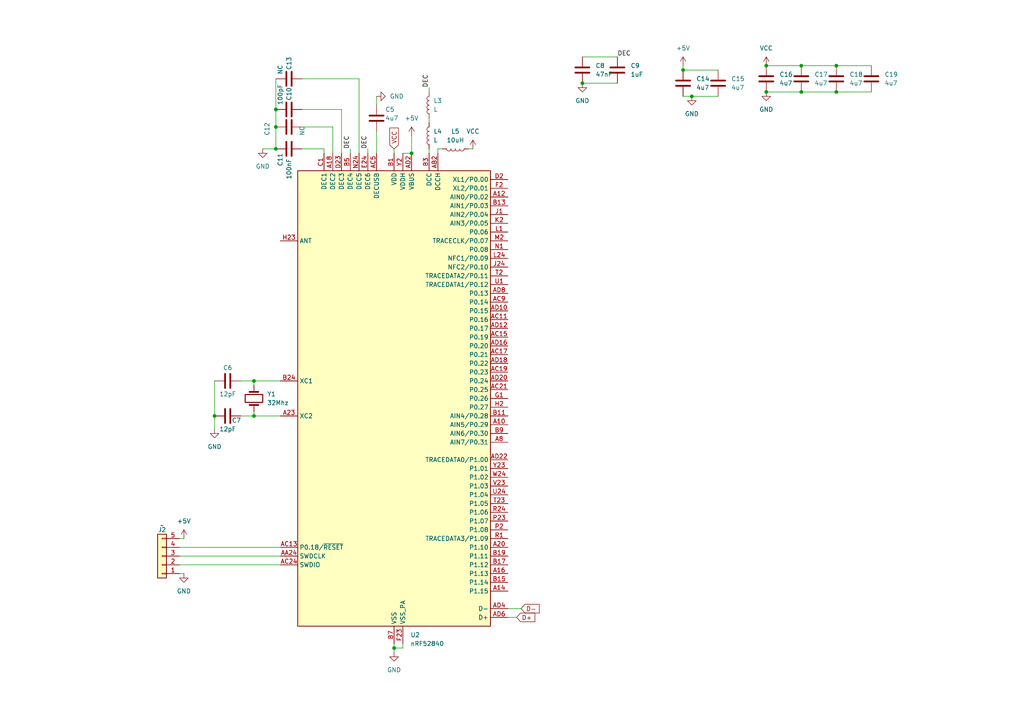
<source format=kicad_sch>
(kicad_sch (version 20230121) (generator eeschema)
  (paper "A4")
  (lib_symbols
    (symbol "Connector_Generic:Conn_01x05" (pin_names (offset 1.016) hide)
      (property "Reference" "J" (at 0 7.62 0))
      (property "Value" "Conn_01x05" (at 0 -7.62 0))
      (symbol "Conn_01x05_1_1"
        (rectangle (start -1.27 -4.953) (end 0 -5.207) (stroke (width 0.1524)))
        (rectangle (start -1.27 -2.413) (end 0 -2.667) (stroke (width 0.1524)))
        (rectangle (start -1.27 0.127) (end 0 -0.127) (stroke (width 0.1524)))
        (rectangle (start -1.27 2.667) (end 0 2.413) (stroke (width 0.1524)))
        (rectangle (start -1.27 5.207) (end 0 4.953) (stroke (width 0.1524)))
        (rectangle (start -1.27 6.35) (end 1.27 -6.35) (stroke (width 0.254)) (fill (type background)))
        (pin passive line (at -5.08 5.08 0) (length 3.81) (name "Pin_1") (number "1"))
        (pin passive line (at -5.08 2.54 0) (length 3.81) (name "Pin_2") (number "2"))
        (pin passive line (at -5.08 0 0) (length 3.81) (name "Pin_3") (number "3"))
        (pin passive line (at -5.08 -2.54 0) (length 3.81) (name "Pin_4") (number "4"))
        (pin passive line (at -5.08 -5.08 0) (length 3.81) (name "Pin_5") (number "5"))
      )
    )
    (symbol "Device:C" (pin_numbers hide) (pin_names (offset 0.254))
      (property "Reference" "C" (at 0.635 2.54 0))
      (property "Value" "C" (at 0.635 -2.54 0))
      (symbol "C_0_1"
        (polyline (pts (xy -2.032 -0.762) (xy 2.032 -0.762)) (stroke (width 0.508)))
        (polyline (pts (xy -2.032 0.762) (xy 2.032 0.762)) (stroke (width 0.508)))
      )
      (symbol "C_1_1"
        (pin passive line (at 0 3.81 270) (length 2.794) (name "~") (number "1"))
        (pin passive line (at 0 -3.81 90) (length 2.794) (name "~") (number "2"))
      )
    )
    (symbol "Device:Crystal" (pin_numbers hide) (pin_names (offset 1.016) hide)
      (property "Reference" "Y" (at 0 3.81 0))
      (property "Value" "Crystal" (at 0 -3.81 0))
      (symbol "Crystal_0_1"
        (rectangle (start -1.143 2.54) (end 1.143 -2.54) (stroke (width 0.3048)))
        (polyline (pts (xy -2.54 0) (xy -1.905 0)))
        (polyline (pts (xy -1.905 -1.27) (xy -1.905 1.27)) (stroke (width 0.508)))
        (polyline (pts (xy 1.905 -1.27) (xy 1.905 1.27)) (stroke (width 0.508)))
        (polyline (pts (xy 2.54 0) (xy 1.905 0)))
      )
      (symbol "Crystal_1_1"
        (pin passive line (at -3.81 0 0) (length 1.27) (name "1") (number "1"))
        (pin passive line (at 3.81 0 180) (length 1.27) (name "2") (number "2"))
      )
    )
    (symbol "Device:L" (pin_numbers hide) (pin_names (offset 1.016) hide)
      (property "Reference" "L" (at -1.27 0 90))
      (property "Value" "L" (at 1.905 0 90))
      (symbol "L_0_1"
        (arc (start 0 -2.54) (mid 0.6323 -1.905) (end 0 -1.27))
        (arc (start 0 -1.27) (mid 0.6323 -0.635) (end 0 0))
        (arc (start 0 0) (mid 0.6323 0.635) (end 0 1.27))
        (arc (start 0 1.27) (mid 0.6323 1.905) (end 0 2.54))
      )
      (symbol "L_1_1"
        (pin passive line (at 0 3.81 270) (length 1.27) (name "1") (number "1"))
        (pin passive line (at 0 -3.81 90) (length 1.27) (name "2") (number "2"))
      )
    )
    (symbol "MCU_Nordic:nRF52840"
      (property "Reference" "U" (at 0 5.08 0))
      (property "Value" "nRF52840" (at 0 2.54 0))
      (symbol "nRF52840_0_1"
        (rectangle (start -27.94 66.04) (end 27.94 -66.04) (stroke (width 0.254)) (fill (type background)))
      )
      (symbol "nRF52840_1_1"
        (pin bidirectional line (at 33.02 -7.62 180) (length 5.08) (name "AIN5/P0.29") (number "A10"))
        (pin bidirectional line (at 33.02 58.42 180) (length 5.08) (name "AIN0/P0.02") (number "A12"))
        (pin bidirectional line (at 33.02 -55.88 180) (length 5.08) (name "P1.15") (number "A14"))
        (pin bidirectional line (at 33.02 -50.8 180) (length 5.08) (name "P1.13") (number "A16"))
        (pin passive line (at -17.78 71.12 270) (length 5.08) (name "DEC2") (number "A18"))
        (pin bidirectional line (at 33.02 -43.18 180) (length 5.08) (name "P1.10") (number "A20"))
        (pin passive line (at 0 71.12 270) (length 5.08) hide (name "VDD") (number "A22"))
        (pin input line (at -33.02 -5.08 0) (length 5.08) (name "XC2") (number "A23"))
        (pin bidirectional line (at 33.02 -12.7 180) (length 5.08) (name "AIN7/P0.31") (number "A8"))
        (pin input line (at -33.02 -45.72 0) (length 5.08) (name "SWDCLK") (number "AA24"))
        (pin power_out line (at 12.7 71.12 270) (length 5.08) (name "DCCH") (number "AB2"))
        (pin bidirectional line (at 33.02 22.86 180) (length 5.08) (name "P0.16") (number "AC11"))
        (pin bidirectional line (at -33.02 -43.18 0) (length 5.08) (name "P0.18/~{RESET}") (number "AC13"))
        (pin bidirectional line (at 33.02 17.78 180) (length 5.08) (name "P0.19") (number "AC15"))
        (pin bidirectional line (at 33.02 12.7 180) (length 5.08) (name "P0.21") (number "AC17"))
        (pin bidirectional line (at 33.02 7.62 180) (length 5.08) (name "P0.23") (number "AC19"))
        (pin bidirectional line (at 33.02 2.54 180) (length 5.08) (name "P0.25") (number "AC21"))
        (pin bidirectional line (at -33.02 -48.26 0) (length 5.08) (name "SWDIO") (number "AC24"))
        (pin passive line (at -5.08 71.12 270) (length 5.08) (name "DECUSB") (number "AC5"))
        (pin bidirectional line (at 33.02 27.94 180) (length 5.08) (name "P0.14") (number "AC9"))
        (pin bidirectional line (at 33.02 25.4 180) (length 5.08) (name "P0.15") (number "AD10"))
        (pin bidirectional line (at 33.02 20.32 180) (length 5.08) (name "P0.17") (number "AD12"))
        (pin passive line (at 0 71.12 270) (length 5.08) hide (name "VDD") (number "AD14"))
        (pin bidirectional line (at 33.02 15.24 180) (length 5.08) (name "P0.20") (number "AD16"))
        (pin bidirectional line (at 33.02 10.16 180) (length 5.08) (name "P0.22") (number "AD18"))
        (pin power_in line (at 5.08 71.12 270) (length 5.08) (name "VBUS") (number "AD2"))
        (pin bidirectional line (at 33.02 5.08 180) (length 5.08) (name "P0.24") (number "AD20"))
        (pin bidirectional line (at 33.02 -17.78 180) (length 5.08) (name "TRACEDATA0/P1.00") (number "AD22"))
        (pin passive line (at 0 71.12 270) (length 5.08) hide (name "VDD") (number "AD23"))
        (pin bidirectional line (at 33.02 -60.96 180) (length 5.08) (name "D-") (number "AD4"))
        (pin bidirectional line (at 33.02 -63.5 180) (length 5.08) (name "D+") (number "AD6"))
        (pin bidirectional line (at 33.02 30.48 180) (length 5.08) (name "P0.13") (number "AD8"))
        (pin power_in line (at 0 71.12 270) (length 5.08) (name "VDD") (number "B1"))
        (pin bidirectional line (at 33.02 -5.08 180) (length 5.08) (name "AIN4/P0.28") (number "B11"))
        (pin bidirectional line (at 33.02 55.88 180) (length 5.08) (name "AIN1/P0.03") (number "B13"))
        (pin bidirectional line (at 33.02 -53.34 180) (length 5.08) (name "P1.14") (number "B15"))
        (pin bidirectional line (at 33.02 -48.26 180) (length 5.08) (name "P1.12") (number "B17"))
        (pin bidirectional line (at 33.02 -45.72 180) (length 5.08) (name "P1.11") (number "B19"))
        (pin input line (at -33.02 5.08 0) (length 5.08) (name "XC1") (number "B24"))
        (pin power_out line (at 10.16 71.12 270) (length 5.08) (name "DCC") (number "B3"))
        (pin passive line (at -12.7 71.12 270) (length 5.08) (name "DEC4") (number "B5"))
        (pin power_in line (at 0 -71.12 90) (length 5.08) (name "VSS") (number "B7"))
        (pin bidirectional line (at 33.02 -10.16 180) (length 5.08) (name "AIN6/P0.30") (number "B9"))
        (pin passive line (at -20.32 71.12 270) (length 5.08) (name "DEC1") (number "C1"))
        (pin bidirectional line (at 33.02 63.5 180) (length 5.08) (name "XL1/P0.00") (number "D2"))
        (pin passive line (at -15.24 71.12 270) (length 5.08) (name "DEC3") (number "D23"))
        (pin passive line (at -7.62 71.12 270) (length 5.08) (name "DEC6") (number "E24"))
        (pin passive line (at 0 -71.12 90) (length 5.08) hide (name "VSS") (number "EP"))
        (pin bidirectional line (at 33.02 60.96 180) (length 5.08) (name "XL2/P0.01") (number "F2"))
        (pin power_in line (at 2.54 -71.12 90) (length 5.08) (name "VSS_PA") (number "F23"))
        (pin bidirectional line (at 33.02 0 180) (length 5.08) (name "P0.26") (number "G1"))
        (pin bidirectional line (at 33.02 -2.54 180) (length 5.08) (name "P0.27") (number "H2"))
        (pin passive line (at -33.02 45.72 0) (length 5.08) (name "ANT") (number "H23"))
        (pin bidirectional line (at 33.02 53.34 180) (length 5.08) (name "AIN2/P0.04") (number "J1"))
        (pin bidirectional line (at 33.02 38.1 180) (length 5.08) (name "NFC2/P0.10") (number "J24"))
        (pin bidirectional line (at 33.02 50.8 180) (length 5.08) (name "AIN3/P0.05") (number "K2"))
        (pin bidirectional line (at 33.02 48.26 180) (length 5.08) (name "P0.06") (number "L1"))
        (pin bidirectional line (at 33.02 40.64 180) (length 5.08) (name "NFC1/P0.09") (number "L24"))
        (pin bidirectional line (at 33.02 45.72 180) (length 5.08) (name "TRACECLK/P0.07") (number "M2"))
        (pin bidirectional line (at 33.02 43.18 180) (length 5.08) (name "P0.08") (number "N1"))
        (pin passive line (at -10.16 71.12 270) (length 5.08) (name "DEC5") (number "N24"))
        (pin bidirectional line (at 33.02 -38.1 180) (length 5.08) (name "P1.08") (number "P2"))
        (pin bidirectional line (at 33.02 -35.56 180) (length 5.08) (name "P1.07") (number "P23"))
        (pin bidirectional line (at 33.02 -40.64 180) (length 5.08) (name "TRACEDATA3/P1.09") (number "R1"))
        (pin bidirectional line (at 33.02 -33.02 180) (length 5.08) (name "P1.06") (number "R24"))
        (pin bidirectional line (at 33.02 35.56 180) (length 5.08) (name "TRACEDATA2/P0.11") (number "T2"))
        (pin bidirectional line (at 33.02 -30.48 180) (length 5.08) (name "P1.05") (number "T23"))
        (pin bidirectional line (at 33.02 33.02 180) (length 5.08) (name "TRACEDATA1/P0.12") (number "U1"))
        (pin bidirectional line (at 33.02 -27.94 180) (length 5.08) (name "P1.04") (number "U24"))
        (pin bidirectional line (at 33.02 -25.4 180) (length 5.08) (name "P1.03") (number "V23"))
        (pin passive line (at 0 71.12 270) (length 5.08) hide (name "VDD") (number "W1"))
        (pin bidirectional line (at 33.02 -22.86 180) (length 5.08) (name "P1.02") (number "W24"))
        (pin power_in line (at 2.54 71.12 270) (length 5.08) (name "VDDH") (number "Y2"))
        (pin bidirectional line (at 33.02 -20.32 180) (length 5.08) (name "P1.01") (number "Y23"))
      )
    )
    (symbol "power:+5V" (power) (pin_names (offset 0))
      (property "Value" "+5V" (at 0 3.556 0))
      (symbol "+5V_0_1"
        (polyline (pts (xy -0.762 1.27) (xy 0 2.54)))
        (polyline (pts (xy 0 0) (xy 0 2.54)))
        (polyline (pts (xy 0 2.54) (xy 0.762 1.27)))
      )
      (symbol "+5V_1_1"
        (pin power_in line (at 0 0 90) (length 0) hide (name "+5V") (number "1"))
      )
    )
    (symbol "power:GND" (power) (pin_names (offset 0))
      (property "Value" "GND" (at 0 -3.81 0))
      (symbol "GND_0_1"
        (polyline (pts (xy 0 0) (xy 0 -1.27) (xy 1.27 -1.27) (xy 0 -2.54) (xy -1.27 -1.27) (xy 0 -1.27)))
      )
      (symbol "GND_1_1"
        (pin power_in line (at 0 0 270) (length 0) hide (name "GND") (number "1"))
      )
    )
    (symbol "power:VCC" (power) (pin_names (offset 0))
      (property "Value" "VCC" (at 0 3.81 0))
      (symbol "VCC_0_1"
        (polyline (pts (xy -0.762 1.27) (xy 0 2.54)))
        (polyline (pts (xy 0 0) (xy 0 2.54)))
        (polyline (pts (xy 0 2.54) (xy 0.762 1.27)))
      )
      (symbol "VCC_1_1"
        (pin power_in line (at 0 0 90) (length 0) hide (name "VCC") (number "1"))
      )
    )
  )
  (junction (at 80.01 43.18))
  (junction (at 73.66 120.65))
  (junction (at 242.57 26.67))
  (junction (at 80.01 36.83))
  (junction (at 73.66 110.49))
  (junction (at 232.41 19.05))
  (junction (at 222.25 26.67))
  (junction (at 119.38 44.45))
  (junction (at 242.57 19.05))
  (junction (at 168.91 24.13))
  (junction (at 114.3 187.96))
  (junction (at 198.12 20.32))
  (junction (at 62.23 120.65))
  (junction (at 232.41 26.67))
  (junction (at 222.25 19.05))
  (junction (at 80.01 31.75))
  (junction (at 200.66 27.94))
  (wire (pts (xy 52.07 158.75) (xy 81.28 158.75)))
  (wire (pts (xy 124.46 26.67) (xy 124.46 25.4)))
  (wire (pts (xy 119.38 39.37) (xy 119.38 44.45)))
  (wire (pts (xy 242.57 19.05) (xy 252.73 19.05)))
  (wire (pts (xy 101.6 43.18) (xy 101.6 44.45)))
  (wire (pts (xy 124.46 43.18) (xy 124.46 44.45)))
  (wire (pts (xy 76.2 43.18) (xy 80.01 43.18)))
  (wire (pts (xy 168.91 16.51) (xy 179.07 16.51)))
  (wire (pts (xy 114.3 186.69) (xy 114.3 187.96)))
  (wire (pts (xy 62.23 110.49) (xy 62.23 120.65)))
  (wire (pts (xy 106.68 43.18) (xy 106.68 44.45)))
  (wire (pts (xy 73.66 119.38) (xy 73.66 120.65)))
  (wire (pts (xy 114.3 187.96) (xy 114.3 189.23)))
  (wire (pts (xy 52.07 166.37) (xy 53.34 166.37)))
  (wire (pts (xy 96.52 36.83) (xy 96.52 44.45)))
  (wire (pts (xy 127 43.18) (xy 128.27 43.18)))
  (wire (pts (xy 69.85 120.65) (xy 73.66 120.65)))
  (wire (pts (xy 109.22 27.94) (xy 109.22 30.48)))
  (wire (pts (xy 52.07 156.21) (xy 53.34 156.21)))
  (wire (pts (xy 222.25 26.67) (xy 232.41 26.67)))
  (wire (pts (xy 200.66 27.94) (xy 208.28 27.94)))
  (wire (pts (xy 62.23 120.65) (xy 62.23 124.46)))
  (wire (pts (xy 168.91 24.13) (xy 179.07 24.13)))
  (wire (pts (xy 198.12 27.94) (xy 200.66 27.94)))
  (wire (pts (xy 232.41 26.67) (xy 242.57 26.67)))
  (wire (pts (xy 242.57 26.67) (xy 252.73 26.67)))
  (wire (pts (xy 149.86 179.07) (xy 147.32 179.07)))
  (wire (pts (xy 73.66 111.76) (xy 73.66 110.49)))
  (wire (pts (xy 73.66 120.65) (xy 81.28 120.65)))
  (wire (pts (xy 116.84 187.96) (xy 114.3 187.96)))
  (wire (pts (xy 109.22 44.45) (xy 109.22 38.1)))
  (wire (pts (xy 232.41 19.05) (xy 242.57 19.05)))
  (wire (pts (xy 104.14 22.86) (xy 104.14 44.45)))
  (wire (pts (xy 198.12 20.32) (xy 208.28 20.32)))
  (wire (pts (xy 80.01 31.75) (xy 80.01 36.83)))
  (wire (pts (xy 80.01 36.83) (xy 80.01 43.18)))
  (wire (pts (xy 87.63 36.83) (xy 96.52 36.83)))
  (wire (pts (xy 87.63 31.75) (xy 99.06 31.75)))
  (wire (pts (xy 99.06 31.75) (xy 99.06 44.45)))
  (wire (pts (xy 127 44.45) (xy 127 43.18)))
  (wire (pts (xy 116.84 44.45) (xy 119.38 44.45)))
  (wire (pts (xy 52.07 161.29) (xy 81.28 161.29)))
  (wire (pts (xy 124.46 34.29) (xy 124.46 35.56)))
  (wire (pts (xy 93.98 43.18) (xy 93.98 44.45)))
  (wire (pts (xy 137.16 43.18) (xy 135.89 43.18)))
  (wire (pts (xy 73.66 110.49) (xy 81.28 110.49)))
  (wire (pts (xy 80.01 22.86) (xy 80.01 31.75)))
  (wire (pts (xy 87.63 22.86) (xy 104.14 22.86)))
  (wire (pts (xy 222.25 19.05) (xy 232.41 19.05)))
  (wire (pts (xy 87.63 43.18) (xy 93.98 43.18)))
  (wire (pts (xy 69.85 110.49) (xy 73.66 110.49)))
  (wire (pts (xy 116.84 186.69) (xy 116.84 187.96)))
  (wire (pts (xy 114.3 43.18) (xy 114.3 44.45)))
  (wire (pts (xy 52.07 163.83) (xy 81.28 163.83)))
  (wire (pts (xy 151.13 176.53) (xy 147.32 176.53)))
  (wire (pts (xy 198.12 19.05) (xy 198.12 20.32)))
  (label "DEC" (at 101.6 43.18 90))
  (label "DEC" (at 106.68 43.18 90))
  (label "DEC" (at 124.46 25.4 90))
  (label "DEC" (at 179.07 16.51 0))
  (global_label "D-" (shape input) (at 151.13 176.53 0) (property "Intersheetrefs" "${INTERSHEET_REFS}" (effects hide)))
  (global_label "VCC" (shape input) (at 114.3 43.18 90) (property "Intersheetrefs" "${INTERSHEET_REFS}" (effects hide)))
  (global_label "D+" (shape input) (at 149.86 179.07 0) (property "Intersheetrefs" "${INTERSHEET_REFS}" (effects hide)))
  (symbol (lib_id "Device:C") (at 83.82 43.18 90) (unit 1)
    (property "Reference" "C11" (at 81.28 48.26 0) (effects (justify left)))
    (property "Value" "100nF" (at 83.82 52.07 0) (effects (justify left)))
  )
  (symbol (lib_id "power:GND") (at 222.25 26.67 0) (unit 1)
    (property "Reference" "#PWR023" (effects hide))
    (property "Value" "GND" (at 222.25 31.75 0))
  )
  (symbol (lib_id "Device:C") (at 66.04 110.49 90) (unit 1)
    (property "Reference" "C6" (at 66.04 106.68 90))
    (property "Value" "12pF" (at 66.04 114.3 90))
  )
  (symbol (lib_id "Device:C") (at 66.04 120.65 270) (unit 1)
    (property "Reference" "C7" (at 68.58 121.92 90))
    (property "Value" "12pF" (at 66.04 124.46 90))
  )
  (symbol (lib_id "power:VCC") (at 137.16 43.18 0) (unit 1)
    (property "Reference" "#PWR024" (effects hide))
    (property "Value" "VCC" (at 137.16 38.1 0))
  )
  (symbol (lib_id "Device:C") (at 83.82 22.86 90) (unit 1)
    (property "Reference" "C13" (at 83.82 20.32 0) (effects (justify left)))
    (property "Value" "NC" (at 81.28 21.59 0) (effects (justify left)))
  )
  (symbol (lib_id "Device:C") (at 179.07 20.32 0) (unit 1)
    (property "Reference" "C9" (at 182.88 19.05 0) (effects (justify left)))
    (property "Value" "1uF" (at 182.88 21.59 0) (effects (justify left)))
  )
  (symbol (lib_id "power:+5V") (at 198.12 19.05 0) (unit 1)
    (property "Reference" "#PWR020" (effects hide))
    (property "Value" "+5V" (at 198.12 13.97 0))
  )
  (symbol (lib_id "Device:Crystal") (at 73.66 115.57 270) (unit 1)
    (property "Reference" "Y1" (at 77.47 114.3 90) (effects (justify left)))
    (property "Value" "32Mhz" (at 77.47 116.84 90) (effects (justify left)))
    (property "Footprint" "Crystal:Crystal_SMD_HC49-SD_HandSoldering" (effects hide))
  )
  (symbol (lib_id "Device:L") (at 132.08 43.18 270) (unit 1)
    (property "Reference" "L5" (at 132.08 38.1 90))
    (property "Value" "10uH" (at 132.08 40.64 90))
  )
  (symbol (lib_id "Device:C") (at 222.25 22.86 0) (unit 1)
    (property "Reference" "C16" (at 226.06 21.59 0) (effects (justify left)))
    (property "Value" "4u7" (at 226.06 24.13 0) (effects (justify left)))
  )
  (symbol (lib_id "MCU_Nordic:nRF52840") (at 114.3 115.57 0) (unit 1)
    (property "Reference" "U2" (at 119.0341 184.15 0) (effects (justify left)))
    (property "Value" "nRF52840" (at 119.0341 186.69 0) (effects (justify left)))
    (property "Footprint" "Package_DFN_QFN:Nordic_AQFN-73-1EP_7x7mm_P0.5mm" (effects hide))
    (property "Datasheet" "http://infocenter.nordicsemi.com/topic/com.nordic.infocenter.nrf52/dita/nrf52/chips/nrf52840.html" (effects hide))
  )
  (symbol (lib_id "Device:C") (at 83.82 36.83 90) (unit 1)
    (property "Reference" "C12" (at 77.47 39.37 0) (effects (justify left)))
    (property "Value" "NC" (at 87.63 39.37 0) (effects (justify left)))
  )
  (symbol (lib_id "power:GND") (at 168.91 24.13 0) (unit 1)
    (property "Reference" "#PWR018" (effects hide))
    (property "Value" "GND" (at 168.91 29.21 0))
  )
  (symbol (lib_id "power:VCC") (at 222.25 19.05 0) (unit 1)
    (property "Reference" "#PWR022" (effects hide))
    (property "Value" "VCC" (at 222.25 13.97 0))
  )
  (symbol (lib_id "Device:C") (at 198.12 24.13 0) (unit 1)
    (property "Reference" "C14" (at 201.93 22.86 0) (effects (justify left)))
    (property "Value" "4u7" (at 201.93 25.4 0) (effects (justify left)))
  )
  (symbol (lib_id "Device:C") (at 109.22 34.29 0) (unit 1)
    (property "Reference" "C5" (at 111.76 31.75 0) (effects (justify left)))
    (property "Value" "4u7" (at 111.76 34.29 0) (effects (justify left)))
  )
  (symbol (lib_id "Device:C") (at 252.73 22.86 0) (unit 1)
    (property "Reference" "C19" (at 256.54 21.59 0) (effects (justify left)))
    (property "Value" "4u7" (at 256.54 24.13 0) (effects (justify left)))
  )
  (symbol (lib_id "power:GND") (at 76.2 43.18 0) (unit 1)
    (property "Reference" "#PWR019" (effects hide))
    (property "Value" "GND" (at 76.2 48.26 0))
  )
  (symbol (lib_id "power:GND") (at 114.3 189.23 0) (unit 1)
    (property "Reference" "#PWR017" (effects hide))
    (property "Value" "GND" (at 114.3 194.31 0))
  )
  (symbol (lib_id "Device:C") (at 242.57 22.86 0) (unit 1)
    (property "Reference" "C18" (at 246.38 21.59 0) (effects (justify left)))
    (property "Value" "4u7" (at 246.38 24.13 0) (effects (justify left)))
  )
  (symbol (lib_id "Device:C") (at 232.41 22.86 0) (unit 1)
    (property "Reference" "C17" (at 236.22 21.59 0) (effects (justify left)))
    (property "Value" "4u7" (at 236.22 24.13 0) (effects (justify left)))
  )
  (symbol (lib_id "Device:C") (at 208.28 24.13 0) (unit 1)
    (property "Reference" "C15" (at 212.09 22.86 0) (effects (justify left)))
    (property "Value" "4u7" (at 212.09 25.4 0) (effects (justify left)))
  )
  (symbol (lib_id "Device:L") (at 124.46 30.48 180) (unit 1)
    (property "Reference" "L3" (at 125.73 29.21 0) (effects (justify right)))
    (property "Value" "L" (at 125.73 31.75 0) (effects (justify right)))
  )
  (symbol (lib_id "power:GND") (at 109.22 27.94 90) (unit 1)
    (property "Reference" "#PWR013" (effects hide))
    (property "Value" "GND" (at 113.03 27.94 90) (effects (justify right)))
  )
  (symbol (lib_id "power:GND") (at 62.23 124.46 0) (unit 1)
    (property "Reference" "#PWR014" (effects hide))
    (property "Value" "GND" (at 62.23 129.54 0))
  )
  (symbol (lib_id "Device:C") (at 168.91 20.32 0) (unit 1)
    (property "Reference" "C8" (at 172.72 19.05 0) (effects (justify left)))
    (property "Value" "47nF" (at 172.72 21.59 0) (effects (justify left)))
  )
  (symbol (lib_id "power:GND") (at 53.34 166.37 0) (unit 1)
    (property "Reference" "#PWR015" (effects hide))
    (property "Value" "GND" (at 53.34 171.45 0))
  )
  (symbol (lib_id "Device:L") (at 124.46 39.37 180) (unit 1)
    (property "Reference" "L4" (at 125.73 38.1 0) (effects (justify right)))
    (property "Value" "L" (at 125.73 40.64 0) (effects (justify right)))
  )
  (symbol (lib_id "Connector_Generic:Conn_01x05") (at 46.99 161.29 180) (unit 1)
    (property "Reference" "J2" (at 46.99 153.67 0))
    (property "Value" "~" (at 46.99 152.4 0))
    (property "Footprint" "Connector_Molex:Molex_KK-254_AE-6410-05A_1x05_P2.54mm_Vertical" (effects hide))
  )
  (symbol (lib_id "power:GND") (at 200.66 27.94 0) (unit 1)
    (property "Reference" "#PWR021" (effects hide))
    (property "Value" "GND" (at 200.66 33.02 0))
  )
  (symbol (lib_id "power:+5V") (at 53.34 156.21 0) (unit 1)
    (property "Reference" "#PWR016" (effects hide))
    (property "Value" "+5V" (at 53.34 151.13 0))
  )
  (symbol (lib_id "Device:C") (at 83.82 31.75 90) (unit 1)
    (property "Reference" "C10" (at 83.82 29.21 0) (effects (justify left)))
    (property "Value" "100pF" (at 81.28 30.48 0) (effects (justify left)))
  )
  (symbol (lib_id "power:+5V") (at 119.38 39.37 0) (unit 1)
    (property "Reference" "#PWR012" (effects hide))
    (property "Value" "+5V" (at 119.38 34.29 0))
  )
)
</source>
